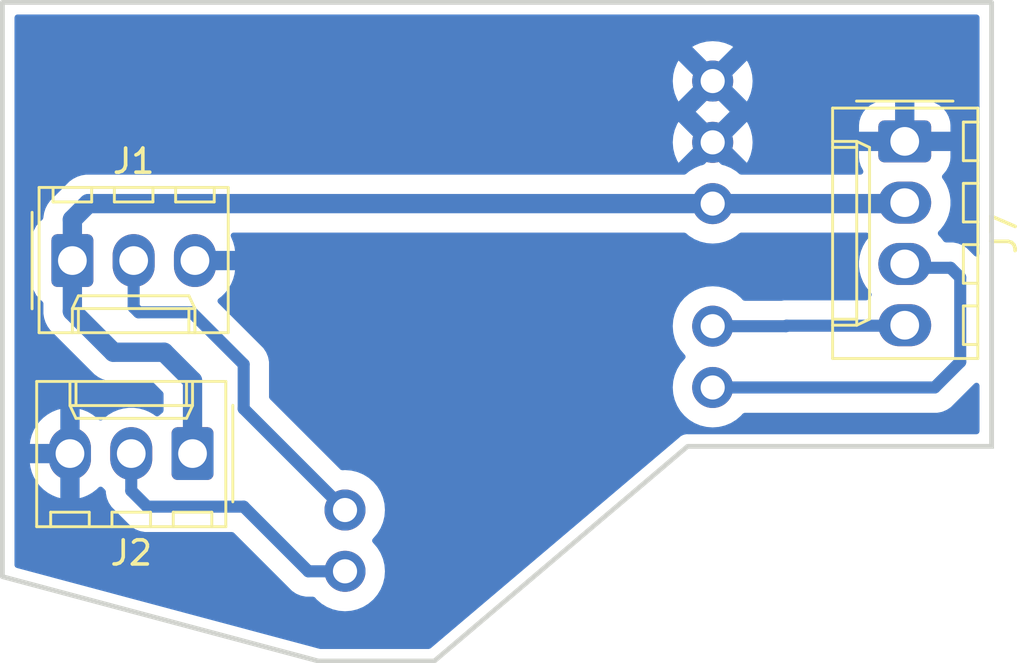
<source format=kicad_pcb>
(kicad_pcb (version 20240108) (generator "pcbnew") (generator_version "8.0")
  (layers (0 "F.Cu" signal) (31 "B.Cu" signal) (34 "B.Paste" user) (35 "F.Paste" user) (36 "B.SilkS" user "B.Silkscreen") (37 "F.SilkS" user "F.Silkscreen") (38 "B.Mask" user) (39 "F.Mask" user) (44 "Edge.Cuts" user))
  (net 0 "")
  (net 1 "/SCL")
  (net 2 "/SDA")
  (net 3 "+3.3V")
  (net 4 "GND")
  (net 5 "/SPD")
  (net 6 "/RPM")
  (footprint "Connector_Molex:Molex_KK-254_AE-6410-03A_1x03_P2.54mm_Vertical" (layer "F.Cu") (at 127.1 78.6)
    (property "Reference" "J1" (at 2.54 -4.12 0) (layer "F.SilkS"))
    (property "Value" "Speed")
    (fp_line (start -1.67 -2) (end -1.67 2) (stroke (width 0.12)) (layer "F.SilkS"))
    (fp_line (start -1.38 -3.03) (end -1.38 2.99) (stroke (width 0.12)) (layer "F.SilkS"))
    (fp_line (start -1.38 2.99) (end 6.46 2.99) (stroke (width 0.12)) (layer "F.SilkS"))
    (fp_line (start -0.8 -3.03) (end -0.8 -2.43) (stroke (width 0.12)) (layer "F.SilkS"))
    (fp_line (start -0.8 -2.43) (end 0.8 -2.43) (stroke (width 0.12)) (layer "F.SilkS"))
    (fp_line (start 0 1.99) (end 0.25 1.46) (stroke (width 0.12)) (layer "F.SilkS"))
    (fp_line (start 0 1.99) (end 5.08 1.99) (stroke (width 0.12)) (layer "F.SilkS"))
    (fp_line (start 0 2.99) (end 0 1.99) (stroke (width 0.12)) (layer "F.SilkS"))
    (fp_line (start 0.25 1.46) (end 4.83 1.46) (stroke (width 0.12)) (layer "F.SilkS"))
    (fp_line (start 0.25 2.99) (end 0.25 1.99) (stroke (width 0.12)) (layer "F.SilkS"))
    (fp_line (start 0.8 -2.43) (end 0.8 -3.03) (stroke (width 0.12)) (layer "F.SilkS"))
    (fp_line (start 1.74 -3.03) (end 1.74 -2.43) (stroke (width 0.12)) (layer "F.SilkS"))
    (fp_line (start 1.74 -2.43) (end 3.34 -2.43) (stroke (width 0.12)) (layer "F.SilkS"))
    (fp_line (start 3.34 -2.43) (end 3.34 -3.03) (stroke (width 0.12)) (layer "F.SilkS"))
    (fp_line (start 4.28 -3.03) (end 4.28 -2.43) (stroke (width 0.12)) (layer "F.SilkS"))
    (fp_line (start 4.28 -2.43) (end 5.88 -2.43) (stroke (width 0.12)) (layer "F.SilkS"))
    (fp_line (start 4.83 1.46) (end 5.08 1.99) (stroke (width 0.12)) (layer "F.SilkS"))
    (fp_line (start 4.83 2.99) (end 4.83 1.99) (stroke (width 0.12)) (layer "F.SilkS"))
    (fp_line (start 5.08 1.99) (end 5.08 2.99) (stroke (width 0.12)) (layer "F.SilkS"))
    (fp_line (start 5.88 -2.43) (end 5.88 -3.03) (stroke (width 0.12)) (layer "F.SilkS"))
    (fp_line (start 6.46 -3.03) (end -1.38 -3.03) (stroke (width 0.12)) (layer "F.SilkS"))
    (fp_line (start 6.46 2.99) (end 6.46 -3.03) (stroke (width 0.12)) (layer "F.SilkS"))
    (pad "1" thru_hole roundrect (at 0 0) (size 1.74 2.19) (drill 1.19) (layers "*.Cu" "*.Mask") (roundrect_rratio 0.143678) (net 3 "+3.3V"))
    (pad "2" thru_hole oval (at 2.54 0) (size 1.74 2.19) (drill 1.19) (layers "*.Cu" "*.Mask") (net 6 "/RPM"))
    (pad "3" thru_hole oval (at 5.08 0) (size 1.74 2.19) (drill 1.19) (layers "*.Cu" "*.Mask") (net 4 "GND"))
  )
  (footprint "Custom_Library:YAAJ_BluePill_1" (layer "F.Cu") (at 138.4 71.16)
    (property "Reference" "U1" (hide yes))
    (property "Value" "YAAJ_BluePill" (hide yes))
    (pad "8" thru_hole circle (at 0 17.78) (size 1.7 1.7) (drill 1) (layers "*.Cu" "*.Mask") (net 6 "/RPM"))
    (pad "9" thru_hole circle (at 0 20.32) (size 1.7 1.7) (drill 1) (layers "*.Cu" "*.Mask") (net 5 "/SPD"))
    (pad "35" thru_hole circle (at 15.24 12.7) (size 1.7 1.7) (drill 1) (layers "*.Cu" "*.Mask") (net 2 "/SDA"))
    (pad "36" thru_hole circle (at 15.24 10.16) (size 1.7 1.7) (drill 1) (layers "*.Cu" "*.Mask") (net 1 "/SCL"))
    (pad "38" thru_hole circle (at 15.24 5.08) (size 1.7 1.7) (drill 1) (layers "*.Cu" "*.Mask") (net 3 "+3.3V"))
    (pad "39" thru_hole circle (at 15.24 2.54) (size 1.7 1.7) (drill 1) (layers "*.Cu" "*.Mask") (net 4 "GND"))
    (pad "40" thru_hole circle (at 15.24 0) (size 1.7 1.7) (drill 1) (layers "*.Cu" "*.Mask") (net 4 "GND"))
  )
  (footprint "Connector_Molex:Molex_KK-254_AE-6410-03A_1x03_P2.54mm_Vertical" (layer "F.Cu") (at 132.08 86.6 180)
    (property "Reference" "J2" (at 2.54 -4.12 180) (layer "F.SilkS"))
    (property "Value" "RPM")
    (fp_line (start 6.46 2.99) (end 6.46 -3.03) (stroke (width 0.12)) (layer "F.SilkS"))
    (fp_line (start 6.46 -3.03) (end -1.38 -3.03) (stroke (width 0.12)) (layer "F.SilkS"))
    (fp_line (start 5.88 -2.43) (end 5.88 -3.03) (stroke (width 0.12)) (layer "F.SilkS"))
    (fp_line (start 5.08 1.99) (end 5.08 2.99) (stroke (width 0.12)) (layer "F.SilkS"))
    (fp_line (start 4.83 2.99) (end 4.83 1.99) (stroke (width 0.12)) (layer "F.SilkS"))
    (fp_line (start 4.83 1.46) (end 5.08 1.99) (stroke (width 0.12)) (layer "F.SilkS"))
    (fp_line (start 4.28 -2.43) (end 5.88 -2.43) (stroke (width 0.12)) (layer "F.SilkS"))
    (fp_line (start 4.28 -3.03) (end 4.28 -2.43) (stroke (width 0.12)) (layer "F.SilkS"))
    (fp_line (start 3.34 -2.43) (end 3.34 -3.03) (stroke (width 0.12)) (layer "F.SilkS"))
    (fp_line (start 1.74 -2.43) (end 3.34 -2.43) (stroke (width 0.12)) (layer "F.SilkS"))
    (fp_line (start 1.74 -3.03) (end 1.74 -2.43) (stroke (width 0.12)) (layer "F.SilkS"))
    (fp_line (start 0.8 -2.43) (end 0.8 -3.03) (stroke (width 0.12)) (layer "F.SilkS"))
    (fp_line (start 0.25 2.99) (end 0.25 1.99) (stroke (width 0.12)) (layer "F.SilkS"))
    (fp_line (start 0.25 1.46) (end 4.83 1.46) (stroke (width 0.12)) (layer "F.SilkS"))
    (fp_line (start 0 2.99) (end 0 1.99) (stroke (width 0.12)) (layer "F.SilkS"))
    (fp_line (start 0 1.99) (end 5.08 1.99) (stroke (width 0.12)) (layer "F.SilkS"))
    (fp_line (start 0 1.99) (end 0.25 1.46) (stroke (width 0.12)) (layer "F.SilkS"))
    (fp_line (start -0.8 -2.43) (end 0.8 -2.43) (stroke (width 0.12)) (layer "F.SilkS"))
    (fp_line (start -0.8 -3.03) (end -0.8 -2.43) (stroke (width 0.12)) (layer "F.SilkS"))
    (fp_line (start -1.38 2.99) (end 6.46 2.99) (stroke (width 0.12)) (layer "F.SilkS"))
    (fp_line (start -1.38 -3.03) (end -1.38 2.99) (stroke (width 0.12)) (layer "F.SilkS"))
    (fp_line (start -1.67 -2) (end -1.67 2) (stroke (width 0.12)) (layer "F.SilkS"))
    (pad "1" thru_hole roundrect (at 0 0 180) (size 1.74 2.19) (drill 1.19) (layers "*.Cu" "*.Mask") (roundrect_rratio 0.143678) (net 3 "+3.3V"))
    (pad "2" thru_hole oval (at 2.54 0 180) (size 1.74 2.19) (drill 1.19) (layers "*.Cu" "*.Mask") (net 5 "/SPD"))
    (pad "3" thru_hole oval (at 5.08 0 180) (size 1.74 2.19) (drill 1.19) (layers "*.Cu" "*.Mask") (net 4 "GND"))
  )
  (footprint "Connector_Molex:Molex_KK-254_AE-6410-04A_1x04_P2.54mm_Vertical" (layer "F.Cu") (at 161.6 73.66 -90)
    (property "Reference" "J7" (at 3.81 -4.12 90) (layer "F.SilkS"))
    (property "Value" "Conn_01x04")
    (fp_line (start -1.38 2.99) (end 9 2.99) (stroke (width 0.12)) (layer "F.SilkS"))
    (fp_line (start 0 2.99) (end 0 1.99) (stroke (width 0.12)) (layer "F.SilkS"))
    (fp_line (start 0.25 2.99) (end 0.25 1.99) (stroke (width 0.12)) (layer "F.SilkS"))
    (fp_line (start 7.37 2.99) (end 7.37 1.99) (stroke (width 0.12)) (layer "F.SilkS"))
    (fp_line (start 9 2.99) (end 9 -3.03) (stroke (width 0.12)) (layer "F.SilkS"))
    (fp_line (start 0 1.99) (end 7.62 1.99) (stroke (width 0.12)) (layer "F.SilkS"))
    (fp_line (start 0 1.99) (end 0.25 1.46) (stroke (width 0.12)) (layer "F.SilkS"))
    (fp_line (start 7.62 1.99) (end 7.62 2.99) (stroke (width 0.12)) (layer "F.SilkS"))
    (fp_line (start 0.25 1.46) (end 7.37 1.46) (stroke (width 0.12)) (layer "F.SilkS"))
    (fp_line (start 7.37 1.46) (end 7.62 1.99) (stroke (width 0.12)) (layer "F.SilkS"))
    (fp_line (start -1.67 -2) (end -1.67 2) (stroke (width 0.12)) (layer "F.SilkS"))
    (fp_line (start -0.8 -2.43) (end 0.8 -2.43) (stroke (width 0.12)) (layer "F.SilkS"))
    (fp_line (start 0.8 -2.43) (end 0.8 -3.03) (stroke (width 0.12)) (layer "F.SilkS"))
    (fp_line (start 1.74 -2.43) (end 3.34 -2.43) (stroke (width 0.12)) (layer "F.SilkS"))
    (fp_line (start 3.34 -2.43) (end 3.34 -3.03) (stroke (width 0.12)) (layer "F.SilkS"))
    (fp_line (start 4.28 -2.43) (end 5.88 -2.43) (stroke (width 0.12)) (layer "F.SilkS"))
    (fp_line (start 5.88 -2.43) (end 5.88 -3.03) (stroke (width 0.12)) (layer "F.SilkS"))
    (fp_line (start 6.82 -2.43) (end 8.42 -2.43) (stroke (width 0.12)) (layer "F.SilkS"))
    (fp_line (start 8.42 -2.43) (end 8.42 -3.03) (stroke (width 0.12)) (layer "F.SilkS"))
    (fp_line (start -1.38 -3.03) (end -1.38 2.99) (stroke (width 0.12)) (layer "F.SilkS"))
    (fp_line (start -0.8 -3.03) (end -0.8 -2.43) (stroke (width 0.12)) (layer "F.SilkS"))
    (fp_line (start 1.74 -3.03) (end 1.74 -2.43) (stroke (width 0.12)) (layer "F.SilkS"))
    (fp_line (start 4.28 -3.03) (end 4.28 -2.43) (stroke (width 0.12)) (layer "F.SilkS"))
    (fp_line (start 6.82 -3.03) (end 6.82 -2.43) (stroke (width 0.12)) (layer "F.SilkS"))
    (fp_line (start 9 -3.03) (end -1.38 -3.03) (stroke (width 0.12)) (layer "F.SilkS"))
    (pad "1" thru_hole roundrect (at 0 0 270) (size 1.74 2.19) (drill 1.19) (layers "*.Cu" "*.Mask") (roundrect_rratio 0.143678) (net 4 "GND"))
    (pad "2" thru_hole oval (at 2.54 0 270) (size 1.74 2.19) (drill 1.19) (layers "*.Cu" "*.Mask") (net 3 "+3.3V"))
    (pad "3" thru_hole oval (at 5.08 0 270) (size 1.74 2.19) (drill 1.19) (layers "*.Cu" "*.Mask") (net 2 "/SDA"))
    (pad "4" thru_hole oval (at 7.62 0 270) (size 1.74 2.19) (drill 1.19) (layers "*.Cu" "*.Mask") (net 1 "/SCL"))
  )
  (gr_poly (pts (xy 165.2 67.9) (xy 124.2 67.9) (xy 124.2 91.7) (xy 137.3 95.2) (xy 142.1 95.2) (xy 152.6 86.3) (xy 165.2 86.3)) (stroke (width 0.2)) (fill none) (layer "Edge.Cuts"))
  (segment (start 156.7 81.3) (end 156.68 81.32) (width 0.5) (layer "B.Cu") (net 1))
  (segment (start 161.6 81.28) (end 161.58 81.3) (width 0.5) (layer "B.Cu") (net 1))
  (segment (start 156.68 81.32) (end 153.64 81.32) (width 0.5) (layer "B.Cu") (net 1))
  (segment (start 161.58 81.3) (end 156.7 81.3) (width 0.5) (layer "B.Cu") (net 1))
  (segment (start 163.9 82.8) (end 163.9 79.3) (width 0.5) (layer "B.Cu") (net 2))
  (segment (start 162.84 83.86) (end 163.9 82.8) (width 0.5) (layer "B.Cu") (net 2))
  (segment (start 163.5 78.9) (end 161.6 78.9) (width 0.5) (layer "B.Cu") (net 2))
  (segment (start 153.64 83.86) (end 162.84 83.86) (width 0.5) (layer "B.Cu") (net 2))
  (segment (start 163.9 79.3) (end 163.5 78.9) (width 0.5) (layer "B.Cu") (net 2))
  (segment (start 132.08 83.58) (end 132.08 86.6) (width 0.8) (layer "B.Cu") (net 3))
  (segment (start 127.1 76.9) (end 127.1 78.6) (width 0.8) (layer "B.Cu") (net 3))
  (segment (start 127.1 80.7) (end 128.8 82.4) (width 0.8) (layer "B.Cu") (net 3))
  (segment (start 161.48 76.24) (end 161.6 76.36) (width 0.8) (layer "B.Cu") (net 3))
  (segment (start 153.64 76.24) (end 127.76 76.24) (width 0.8) (layer "B.Cu") (net 3))
  (segment (start 127.1 78.6) (end 127.1 80.7) (width 0.8) (layer "B.Cu") (net 3))
  (segment (start 130.9 82.4) (end 132.08 83.58) (width 0.8) (layer "B.Cu") (net 3))
  (segment (start 153.64 76.24) (end 161.48 76.24) (width 0.8) (layer "B.Cu") (net 3))
  (segment (start 127.76 76.24) (end 127.1 76.9) (width 0.8) (layer "B.Cu") (net 3))
  (segment (start 128.8 82.4) (end 130.9 82.4) (width 0.8) (layer "B.Cu") (net 3))
  (segment (start 161.48 73.7) (end 161.6 73.82) (width 0.5) (layer "B.Cu") (net 4))
  (segment (start 136.88 91.48) (end 134.2 88.8) (width 0.5) (layer "B.Cu") (net 5))
  (segment (start 134.2 88.8) (end 130.2 88.8) (width 0.5) (layer "B.Cu") (net 5))
  (segment (start 130.2 88.8) (end 129.54 88.14) (width 0.5) (layer "B.Cu") (net 5))
  (segment (start 129.54 88.14) (end 129.54 86.7) (width 0.5) (layer "B.Cu") (net 5))
  (segment (start 138.4 91.48) (end 136.88 91.48) (width 0.5) (layer "B.Cu") (net 5))
  (segment (start 129.64 80.54) (end 129.64 78.6) (width 0.5) (layer "B.Cu") (net 6))
  (segment (start 138.4 88.94) (end 134.2 84.74) (width 0.5) (layer "B.Cu") (net 6))
  (segment (start 129.845 80.745) (end 129.64 80.54) (width 0.5) (layer "B.Cu") (net 6))
  (segment (start 134.2 84.74) (end 134.2 82.9) (width 0.5) (layer "B.Cu") (net 6))
  (segment (start 134.2 82.9) (end 132.045 80.745) (width 0.5) (layer "B.Cu") (net 6))
  (segment (start 132.045 80.745) (end 129.845 80.745) (width 0.5) (layer "B.Cu") (net 6))
  (zone (net 4) (net_name "GND") (layer "B.Cu") (connect_pads (clearance 0.8)) (min_thickness 0.25) (fill yes (thermal_gap 0.8) (thermal_bridge_width 0.8))
    (polygon (pts (xy 165.2 67.9) (xy 144.7 67.9) (xy 124.2 67.9) (xy 124.2 91.7) (xy 137.3 95.2) (xy 142.1 95.2) (xy 152.6 86.3) (xy 165.2 86.3)))
  )
)
</source>
